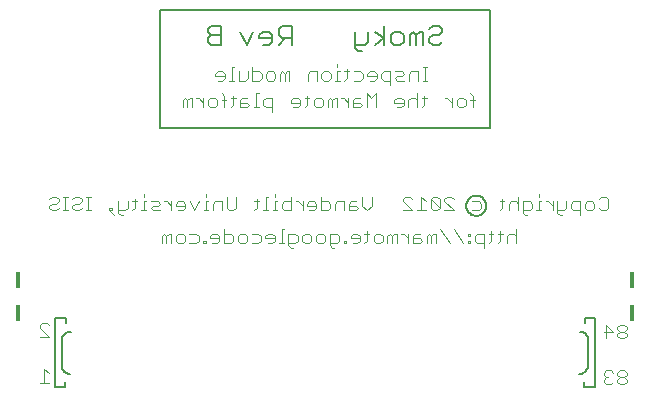
<source format=gbo>
G75*
G70*
%OFA0B0*%
%FSLAX24Y24*%
%IPPOS*%
%LPD*%
%AMOC8*
5,1,8,0,0,1.08239X$1,22.5*
%
%ADD10C,0.0080*%
%ADD11C,0.0060*%
%ADD12C,0.0040*%
%ADD13C,0.0050*%
%ADD14R,0.0160X0.0560*%
D10*
X008872Y001749D02*
X008872Y004048D01*
X009211Y004048D01*
X009211Y003883D01*
X009077Y003284D02*
X009077Y002497D01*
X009076Y002464D01*
X009079Y002432D01*
X009086Y002401D01*
X009097Y002370D01*
X009110Y002341D01*
X009127Y002313D01*
X009147Y002288D01*
X009169Y002265D01*
X009194Y002244D01*
X009222Y002227D01*
X009251Y002212D01*
X009281Y002201D01*
X009312Y002194D01*
X009344Y002190D01*
X009203Y001914D02*
X009203Y001749D01*
X008872Y001749D01*
X009077Y003292D02*
X009079Y003325D01*
X009085Y003358D01*
X009094Y003390D01*
X009106Y003421D01*
X009122Y003451D01*
X009140Y003479D01*
X009162Y003504D01*
X009185Y003528D01*
X009212Y003548D01*
X009240Y003566D01*
X009270Y003581D01*
X009301Y003593D01*
X009334Y003601D01*
X009367Y003606D01*
X009400Y003607D01*
X012345Y010379D02*
X012345Y014316D01*
X023368Y014316D01*
X023368Y010379D01*
X012345Y010379D01*
X026369Y003607D02*
X026401Y003603D01*
X026432Y003596D01*
X026462Y003585D01*
X026491Y003570D01*
X026519Y003553D01*
X026544Y003532D01*
X026566Y003509D01*
X026586Y003484D01*
X026603Y003456D01*
X026616Y003427D01*
X026627Y003396D01*
X026634Y003365D01*
X026637Y003333D01*
X026636Y003300D01*
X026636Y002513D01*
X026636Y002505D02*
X026634Y002472D01*
X026628Y002439D01*
X026619Y002407D01*
X026607Y002376D01*
X026591Y002346D01*
X026573Y002318D01*
X026551Y002293D01*
X026528Y002269D01*
X026501Y002249D01*
X026473Y002231D01*
X026443Y002216D01*
X026412Y002204D01*
X026379Y002196D01*
X026346Y002191D01*
X026313Y002190D01*
X026502Y001914D02*
X026502Y001749D01*
X026857Y001749D01*
X026857Y004048D01*
X026510Y004048D01*
X026510Y003883D01*
D11*
X019079Y012951D02*
X018972Y012951D01*
X018866Y013058D01*
X018866Y013592D01*
X019293Y013592D02*
X019293Y013271D01*
X019186Y013165D01*
X018866Y013165D01*
X019510Y013165D02*
X019830Y013378D01*
X019510Y013592D01*
X019830Y013805D02*
X019830Y013165D01*
X020047Y013271D02*
X020047Y013485D01*
X020154Y013592D01*
X020368Y013592D01*
X020474Y013485D01*
X020474Y013271D01*
X020368Y013165D01*
X020154Y013165D01*
X020047Y013271D01*
X020692Y013165D02*
X020692Y013485D01*
X020799Y013592D01*
X020905Y013485D01*
X020905Y013165D01*
X021119Y013165D02*
X021119Y013592D01*
X021012Y013592D01*
X020905Y013485D01*
X021337Y013378D02*
X021337Y013271D01*
X021443Y013165D01*
X021657Y013165D01*
X021764Y013271D01*
X021657Y013485D02*
X021443Y013485D01*
X021337Y013378D01*
X021657Y013485D02*
X021764Y013592D01*
X021764Y013698D01*
X021657Y013805D01*
X021443Y013805D01*
X021337Y013698D01*
X016744Y013805D02*
X016744Y013165D01*
X016744Y013378D02*
X016424Y013378D01*
X016317Y013485D01*
X016317Y013698D01*
X016424Y013805D01*
X016744Y013805D01*
X016099Y013485D02*
X015993Y013592D01*
X015779Y013592D01*
X015672Y013485D01*
X015672Y013378D01*
X016099Y013378D01*
X016099Y013271D02*
X016099Y013485D01*
X016099Y013271D02*
X015993Y013165D01*
X015779Y013165D01*
X016317Y013165D02*
X016530Y013378D01*
X015455Y013592D02*
X015241Y013165D01*
X015028Y013592D01*
X014382Y013485D02*
X014061Y013485D01*
X013955Y013378D01*
X013955Y013271D01*
X014061Y013165D01*
X014382Y013165D01*
X014382Y013805D01*
X014061Y013805D01*
X013955Y013698D01*
X013955Y013592D01*
X014061Y013485D01*
D12*
X014743Y012434D02*
X014743Y011974D01*
X014667Y011974D02*
X014820Y011974D01*
X014974Y011974D02*
X014974Y012280D01*
X014820Y012434D02*
X014743Y012434D01*
X014513Y012204D02*
X014437Y012280D01*
X014283Y012280D01*
X014206Y012204D01*
X014206Y012127D01*
X014513Y012127D01*
X014513Y012050D02*
X014513Y012204D01*
X014513Y012050D02*
X014437Y011974D01*
X014283Y011974D01*
X014416Y011548D02*
X014492Y011471D01*
X014492Y011088D01*
X014723Y011088D02*
X014799Y011164D01*
X014799Y011471D01*
X014723Y011395D02*
X014876Y011395D01*
X015030Y011318D02*
X015030Y011088D01*
X015260Y011088D01*
X015336Y011164D01*
X015260Y011241D01*
X015030Y011241D01*
X015030Y011318D02*
X015106Y011395D01*
X015260Y011395D01*
X015567Y011548D02*
X015567Y011088D01*
X015643Y011088D02*
X015490Y011088D01*
X015797Y011164D02*
X015797Y011318D01*
X015874Y011395D01*
X016104Y011395D01*
X016104Y010934D01*
X016104Y011088D02*
X015874Y011088D01*
X015797Y011164D01*
X015643Y011548D02*
X015567Y011548D01*
X015664Y011974D02*
X015741Y012050D01*
X015741Y012204D01*
X015664Y012280D01*
X015434Y012280D01*
X015281Y012280D02*
X015281Y012050D01*
X015204Y011974D01*
X014974Y011974D01*
X015434Y011974D02*
X015434Y012434D01*
X015894Y012204D02*
X015971Y012280D01*
X016125Y012280D01*
X016201Y012204D01*
X016201Y012050D01*
X016125Y011974D01*
X015971Y011974D01*
X015894Y012050D01*
X015894Y012204D01*
X015664Y011974D02*
X015434Y011974D01*
X016355Y011974D02*
X016355Y012204D01*
X016432Y012280D01*
X016508Y012204D01*
X016508Y011974D01*
X016662Y011974D02*
X016662Y012280D01*
X016585Y012280D01*
X016508Y012204D01*
X017276Y012204D02*
X017276Y011974D01*
X017276Y012204D02*
X017352Y012280D01*
X017583Y012280D01*
X017583Y011974D01*
X017736Y012050D02*
X017736Y012204D01*
X017813Y012280D01*
X017966Y012280D01*
X018043Y012204D01*
X018043Y012050D01*
X017966Y011974D01*
X017813Y011974D01*
X017736Y012050D01*
X018196Y011974D02*
X018350Y011974D01*
X018273Y011974D02*
X018273Y012280D01*
X018350Y012280D01*
X018503Y012280D02*
X018657Y012280D01*
X018580Y012357D02*
X018580Y012050D01*
X018503Y011974D01*
X018810Y011974D02*
X019040Y011974D01*
X019117Y012050D01*
X019117Y012204D01*
X019040Y012280D01*
X018810Y012280D01*
X019271Y012204D02*
X019271Y012127D01*
X019578Y012127D01*
X019578Y012050D02*
X019578Y012204D01*
X019501Y012280D01*
X019347Y012280D01*
X019271Y012204D01*
X019347Y011974D02*
X019501Y011974D01*
X019578Y012050D01*
X019731Y012050D02*
X019731Y012204D01*
X019808Y012280D01*
X020038Y012280D01*
X020038Y011820D01*
X020038Y011974D02*
X019808Y011974D01*
X019731Y012050D01*
X020191Y012050D02*
X020268Y012127D01*
X020422Y012127D01*
X020498Y012204D01*
X020422Y012280D01*
X020191Y012280D01*
X020191Y012050D02*
X020268Y011974D01*
X020498Y011974D01*
X020652Y011974D02*
X020652Y012204D01*
X020729Y012280D01*
X020959Y012280D01*
X020959Y011974D01*
X021112Y011974D02*
X021266Y011974D01*
X021189Y011974D02*
X021189Y012434D01*
X021266Y012434D02*
X021112Y012434D01*
X020938Y011548D02*
X020938Y011088D01*
X021091Y011088D02*
X021168Y011164D01*
X021168Y011471D01*
X021245Y011395D02*
X021091Y011395D01*
X020938Y011318D02*
X020861Y011395D01*
X020708Y011395D01*
X020631Y011318D01*
X020631Y011088D01*
X020478Y011164D02*
X020478Y011318D01*
X020401Y011395D01*
X020247Y011395D01*
X020171Y011318D01*
X020171Y011241D01*
X020478Y011241D01*
X020478Y011164D02*
X020401Y011088D01*
X020247Y011088D01*
X019557Y011088D02*
X019557Y011548D01*
X019403Y011395D01*
X019250Y011548D01*
X019250Y011088D01*
X019096Y011164D02*
X019020Y011241D01*
X018789Y011241D01*
X018789Y011318D02*
X018789Y011088D01*
X019020Y011088D01*
X019096Y011164D01*
X018866Y011395D02*
X018789Y011318D01*
X018866Y011395D02*
X019020Y011395D01*
X018636Y011395D02*
X018636Y011088D01*
X018636Y011241D02*
X018482Y011395D01*
X018406Y011395D01*
X018252Y011395D02*
X018176Y011395D01*
X018099Y011318D01*
X018022Y011395D01*
X017945Y011318D01*
X017945Y011088D01*
X018099Y011088D02*
X018099Y011318D01*
X018252Y011395D02*
X018252Y011088D01*
X017792Y011164D02*
X017715Y011088D01*
X017562Y011088D01*
X017485Y011164D01*
X017485Y011318D01*
X017562Y011395D01*
X017715Y011395D01*
X017792Y011318D01*
X017792Y011164D01*
X017255Y011164D02*
X017178Y011088D01*
X017255Y011164D02*
X017255Y011471D01*
X017332Y011395D02*
X017178Y011395D01*
X017025Y011318D02*
X016948Y011395D01*
X016794Y011395D01*
X016718Y011318D01*
X016718Y011241D01*
X017025Y011241D01*
X017025Y011164D02*
X017025Y011318D01*
X017025Y011164D02*
X016948Y011088D01*
X016794Y011088D01*
X018273Y012434D02*
X018273Y012511D01*
X021859Y011395D02*
X021935Y011395D01*
X022089Y011241D01*
X022089Y011088D02*
X022089Y011395D01*
X022242Y011318D02*
X022319Y011395D01*
X022473Y011395D01*
X022549Y011318D01*
X022549Y011164D01*
X022473Y011088D01*
X022319Y011088D01*
X022242Y011164D01*
X022242Y011318D01*
X022703Y011318D02*
X022856Y011318D01*
X022779Y011471D02*
X022779Y011088D01*
X022779Y011471D02*
X022703Y011548D01*
X022068Y008103D02*
X022144Y008026D01*
X022068Y008103D02*
X021914Y008103D01*
X021837Y008026D01*
X021837Y007950D01*
X022144Y007643D01*
X021837Y007643D01*
X021684Y007720D02*
X021684Y008026D01*
X021607Y008103D01*
X021454Y008103D01*
X021377Y008026D01*
X021684Y007720D01*
X021607Y007643D01*
X021454Y007643D01*
X021377Y007720D01*
X021377Y008026D01*
X021224Y007950D02*
X021070Y008103D01*
X021070Y007643D01*
X020917Y007643D02*
X021224Y007643D01*
X020763Y007643D02*
X020456Y007950D01*
X020456Y008026D01*
X020533Y008103D01*
X020686Y008103D01*
X020763Y008026D01*
X020763Y007643D02*
X020456Y007643D01*
X019411Y007796D02*
X019258Y007643D01*
X019104Y007796D01*
X019104Y008103D01*
X018874Y007950D02*
X018721Y007950D01*
X018644Y007873D01*
X018644Y007643D01*
X018874Y007643D01*
X018951Y007720D01*
X018874Y007796D01*
X018644Y007796D01*
X018491Y007643D02*
X018491Y007950D01*
X018260Y007950D01*
X018184Y007873D01*
X018184Y007643D01*
X018030Y007720D02*
X018030Y007873D01*
X017953Y007950D01*
X017723Y007950D01*
X017723Y008103D02*
X017723Y007643D01*
X017953Y007643D01*
X018030Y007720D01*
X017570Y007720D02*
X017570Y007873D01*
X017493Y007950D01*
X017340Y007950D01*
X017263Y007873D01*
X017263Y007796D01*
X017570Y007796D01*
X017570Y007720D02*
X017493Y007643D01*
X017340Y007643D01*
X017109Y007643D02*
X017109Y007950D01*
X016956Y007950D02*
X016879Y007950D01*
X016956Y007950D02*
X017109Y007796D01*
X016726Y007643D02*
X016496Y007643D01*
X016419Y007720D01*
X016419Y007873D01*
X016496Y007950D01*
X016726Y007950D01*
X016726Y008103D02*
X016726Y007643D01*
X016265Y007643D02*
X016112Y007643D01*
X016189Y007643D02*
X016189Y007950D01*
X016265Y007950D01*
X016189Y008103D02*
X016189Y008180D01*
X015958Y008103D02*
X015882Y008103D01*
X015882Y007643D01*
X015958Y007643D02*
X015805Y007643D01*
X015575Y007720D02*
X015575Y008026D01*
X015651Y007950D02*
X015498Y007950D01*
X015575Y007720D02*
X015498Y007643D01*
X014884Y007720D02*
X014884Y008103D01*
X014577Y008103D02*
X014577Y007720D01*
X014654Y007643D01*
X014807Y007643D01*
X014884Y007720D01*
X014424Y007643D02*
X014424Y007950D01*
X014194Y007950D01*
X014117Y007873D01*
X014117Y007643D01*
X013963Y007643D02*
X013810Y007643D01*
X013887Y007643D02*
X013887Y007950D01*
X013963Y007950D01*
X013887Y008103D02*
X013887Y008180D01*
X013656Y007950D02*
X013503Y007643D01*
X013350Y007950D01*
X013196Y007873D02*
X013196Y007720D01*
X013119Y007643D01*
X012966Y007643D01*
X012889Y007796D02*
X013196Y007796D01*
X013196Y007873D02*
X013119Y007950D01*
X012966Y007950D01*
X012889Y007873D01*
X012889Y007796D01*
X012736Y007796D02*
X012582Y007950D01*
X012505Y007950D01*
X012352Y007873D02*
X012275Y007796D01*
X012122Y007796D01*
X012045Y007720D01*
X012122Y007643D01*
X012352Y007643D01*
X012352Y007873D02*
X012275Y007950D01*
X012045Y007950D01*
X011892Y007950D02*
X011815Y007950D01*
X011815Y007643D01*
X011892Y007643D02*
X011738Y007643D01*
X011508Y007720D02*
X011431Y007643D01*
X011508Y007720D02*
X011508Y008026D01*
X011585Y007950D02*
X011431Y007950D01*
X011278Y007950D02*
X011278Y007720D01*
X011201Y007643D01*
X010971Y007643D01*
X010971Y007566D02*
X011048Y007489D01*
X011124Y007489D01*
X010971Y007566D02*
X010971Y007950D01*
X010741Y007720D02*
X010664Y007720D01*
X010664Y007643D01*
X010741Y007643D01*
X010741Y007720D01*
X010664Y007643D02*
X010817Y007489D01*
X010050Y007643D02*
X009897Y007643D01*
X009973Y007643D02*
X009973Y008103D01*
X009897Y008103D02*
X010050Y008103D01*
X009743Y008026D02*
X009743Y007950D01*
X009666Y007873D01*
X009513Y007873D01*
X009436Y007796D01*
X009436Y007720D01*
X009513Y007643D01*
X009666Y007643D01*
X009743Y007720D01*
X009743Y008026D02*
X009666Y008103D01*
X009513Y008103D01*
X009436Y008026D01*
X009283Y008103D02*
X009129Y008103D01*
X009206Y008103D02*
X009206Y007643D01*
X009283Y007643D02*
X009129Y007643D01*
X008976Y007720D02*
X008899Y007643D01*
X008746Y007643D01*
X008669Y007720D01*
X008669Y007796D01*
X008746Y007873D01*
X008899Y007873D01*
X008976Y007950D01*
X008976Y008026D01*
X008899Y008103D01*
X008746Y008103D01*
X008669Y008026D01*
X011815Y008103D02*
X011815Y008180D01*
X012736Y007950D02*
X012736Y007643D01*
X012724Y006867D02*
X012648Y006867D01*
X012571Y006790D01*
X012494Y006867D01*
X012417Y006790D01*
X012417Y006560D01*
X012571Y006560D02*
X012571Y006790D01*
X012724Y006867D02*
X012724Y006560D01*
X012878Y006637D02*
X012878Y006790D01*
X012955Y006867D01*
X013108Y006867D01*
X013185Y006790D01*
X013185Y006637D01*
X013108Y006560D01*
X012955Y006560D01*
X012878Y006637D01*
X013338Y006560D02*
X013568Y006560D01*
X013645Y006637D01*
X013645Y006790D01*
X013568Y006867D01*
X013338Y006867D01*
X013799Y006637D02*
X013799Y006560D01*
X013875Y006560D01*
X013875Y006637D01*
X013799Y006637D01*
X014029Y006714D02*
X014336Y006714D01*
X014336Y006790D02*
X014259Y006867D01*
X014106Y006867D01*
X014029Y006790D01*
X014029Y006714D01*
X014106Y006560D02*
X014259Y006560D01*
X014336Y006637D01*
X014336Y006790D01*
X014489Y006867D02*
X014719Y006867D01*
X014796Y006790D01*
X014796Y006637D01*
X014719Y006560D01*
X014489Y006560D01*
X014489Y007021D01*
X014950Y006790D02*
X015026Y006867D01*
X015180Y006867D01*
X015257Y006790D01*
X015257Y006637D01*
X015180Y006560D01*
X015026Y006560D01*
X014950Y006637D01*
X014950Y006790D01*
X015410Y006867D02*
X015640Y006867D01*
X015717Y006790D01*
X015717Y006637D01*
X015640Y006560D01*
X015410Y006560D01*
X015870Y006714D02*
X016177Y006714D01*
X016177Y006790D02*
X016101Y006867D01*
X015947Y006867D01*
X015870Y006790D01*
X015870Y006714D01*
X015947Y006560D02*
X016101Y006560D01*
X016177Y006637D01*
X016177Y006790D01*
X016331Y006560D02*
X016484Y006560D01*
X016408Y006560D02*
X016408Y007021D01*
X016484Y007021D01*
X016638Y006867D02*
X016868Y006867D01*
X016945Y006790D01*
X016945Y006637D01*
X016868Y006560D01*
X016638Y006560D01*
X016638Y006483D02*
X016638Y006867D01*
X016638Y006483D02*
X016714Y006407D01*
X016791Y006407D01*
X017098Y006637D02*
X017098Y006790D01*
X017175Y006867D01*
X017328Y006867D01*
X017405Y006790D01*
X017405Y006637D01*
X017328Y006560D01*
X017175Y006560D01*
X017098Y006637D01*
X017558Y006637D02*
X017558Y006790D01*
X017635Y006867D01*
X017789Y006867D01*
X017865Y006790D01*
X017865Y006637D01*
X017789Y006560D01*
X017635Y006560D01*
X017558Y006637D01*
X018019Y006560D02*
X018249Y006560D01*
X018326Y006637D01*
X018326Y006790D01*
X018249Y006867D01*
X018019Y006867D01*
X018019Y006483D01*
X018096Y006407D01*
X018172Y006407D01*
X018479Y006560D02*
X018556Y006560D01*
X018556Y006637D01*
X018479Y006637D01*
X018479Y006560D01*
X018709Y006714D02*
X019016Y006714D01*
X019016Y006790D02*
X018940Y006867D01*
X018786Y006867D01*
X018709Y006790D01*
X018709Y006714D01*
X018786Y006560D02*
X018940Y006560D01*
X019016Y006637D01*
X019016Y006790D01*
X019170Y006867D02*
X019323Y006867D01*
X019247Y006944D02*
X019247Y006637D01*
X019170Y006560D01*
X019477Y006637D02*
X019477Y006790D01*
X019554Y006867D01*
X019707Y006867D01*
X019784Y006790D01*
X019784Y006637D01*
X019707Y006560D01*
X019554Y006560D01*
X019477Y006637D01*
X019937Y006560D02*
X019937Y006790D01*
X020014Y006867D01*
X020091Y006790D01*
X020091Y006560D01*
X020244Y006560D02*
X020244Y006867D01*
X020167Y006867D01*
X020091Y006790D01*
X020398Y006867D02*
X020474Y006867D01*
X020628Y006714D01*
X020628Y006867D02*
X020628Y006560D01*
X020781Y006560D02*
X020781Y006790D01*
X020858Y006867D01*
X021011Y006867D01*
X021011Y006714D02*
X020781Y006714D01*
X020781Y006560D02*
X021011Y006560D01*
X021088Y006637D01*
X021011Y006714D01*
X021242Y006790D02*
X021242Y006560D01*
X021395Y006560D02*
X021395Y006790D01*
X021318Y006867D01*
X021242Y006790D01*
X021395Y006790D02*
X021472Y006867D01*
X021549Y006867D01*
X021549Y006560D01*
X022009Y006560D02*
X021702Y007021D01*
X022162Y007021D02*
X022469Y006560D01*
X022623Y006560D02*
X022700Y006560D01*
X022700Y006637D01*
X022623Y006637D01*
X022623Y006560D01*
X022623Y006790D02*
X022700Y006790D01*
X022700Y006867D01*
X022623Y006867D01*
X022623Y006790D01*
X022853Y006790D02*
X022853Y006637D01*
X022930Y006560D01*
X023160Y006560D01*
X023160Y006407D02*
X023160Y006867D01*
X022930Y006867D01*
X022853Y006790D01*
X023313Y006867D02*
X023467Y006867D01*
X023390Y006944D02*
X023390Y006637D01*
X023313Y006560D01*
X023620Y006560D02*
X023697Y006637D01*
X023697Y006944D01*
X023774Y006867D02*
X023620Y006867D01*
X023927Y006790D02*
X023927Y006560D01*
X023927Y006790D02*
X024004Y006867D01*
X024157Y006867D01*
X024234Y006790D01*
X024234Y006560D02*
X024234Y007021D01*
X024523Y007489D02*
X024446Y007566D01*
X024446Y007950D01*
X024676Y007950D01*
X024753Y007873D01*
X024753Y007720D01*
X024676Y007643D01*
X024446Y007643D01*
X024293Y007643D02*
X024293Y008103D01*
X024216Y007950D02*
X024063Y007950D01*
X023986Y007873D01*
X023986Y007643D01*
X023756Y007720D02*
X023756Y008026D01*
X023832Y007950D02*
X023679Y007950D01*
X023756Y007720D02*
X023679Y007643D01*
X024216Y007950D02*
X024293Y007873D01*
X024907Y007643D02*
X025060Y007643D01*
X024983Y007643D02*
X024983Y007950D01*
X025060Y007950D01*
X025214Y007950D02*
X025290Y007950D01*
X025444Y007796D01*
X025444Y007643D02*
X025444Y007950D01*
X025597Y007950D02*
X025597Y007566D01*
X025674Y007489D01*
X025751Y007489D01*
X025827Y007643D02*
X025597Y007643D01*
X025827Y007643D02*
X025904Y007720D01*
X025904Y007950D01*
X026058Y007873D02*
X026058Y007720D01*
X026134Y007643D01*
X026365Y007643D01*
X026365Y007489D02*
X026365Y007950D01*
X026134Y007950D01*
X026058Y007873D01*
X026518Y007873D02*
X026518Y007720D01*
X026595Y007643D01*
X026748Y007643D01*
X026825Y007720D01*
X026825Y007873D01*
X026748Y007950D01*
X026595Y007950D01*
X026518Y007873D01*
X026978Y007720D02*
X027055Y007643D01*
X027209Y007643D01*
X027285Y007720D01*
X027285Y008026D01*
X027209Y008103D01*
X027055Y008103D01*
X026978Y008026D01*
X024983Y008103D02*
X024983Y008180D01*
X024600Y007489D02*
X024523Y007489D01*
X023065Y007720D02*
X022988Y007643D01*
X022758Y007643D01*
X022758Y007950D02*
X022988Y007950D01*
X023065Y007873D01*
X023065Y007720D01*
X019411Y007796D02*
X019411Y008103D01*
X014569Y011318D02*
X014416Y011318D01*
X014262Y011318D02*
X014262Y011164D01*
X014185Y011088D01*
X014032Y011088D01*
X013955Y011164D01*
X013955Y011318D01*
X014032Y011395D01*
X014185Y011395D01*
X014262Y011318D01*
X013802Y011395D02*
X013802Y011088D01*
X013802Y011241D02*
X013648Y011395D01*
X013572Y011395D01*
X013418Y011395D02*
X013341Y011395D01*
X013265Y011318D01*
X013188Y011395D01*
X013111Y011318D01*
X013111Y011088D01*
X013265Y011088D02*
X013265Y011318D01*
X013418Y011395D02*
X013418Y011088D01*
X008575Y003887D02*
X008421Y003887D01*
X008344Y003810D01*
X008344Y003733D01*
X008651Y003426D01*
X008344Y003426D01*
X008651Y003810D02*
X008575Y003887D01*
X008498Y002363D02*
X008498Y001903D01*
X008651Y001903D02*
X008344Y001903D01*
X008651Y002210D02*
X008498Y002363D01*
X027144Y002235D02*
X027144Y002158D01*
X027220Y002082D01*
X027144Y002005D01*
X027144Y001928D01*
X027220Y001851D01*
X027374Y001851D01*
X027450Y001928D01*
X027604Y001928D02*
X027681Y001851D01*
X027834Y001851D01*
X027911Y001928D01*
X027911Y002005D01*
X027834Y002082D01*
X027681Y002082D01*
X027604Y002005D01*
X027604Y001928D01*
X027681Y002082D02*
X027604Y002158D01*
X027604Y002235D01*
X027681Y002312D01*
X027834Y002312D01*
X027911Y002235D01*
X027911Y002158D01*
X027834Y002082D01*
X027450Y002235D02*
X027374Y002312D01*
X027220Y002312D01*
X027144Y002235D01*
X027220Y002082D02*
X027297Y002082D01*
X027220Y003379D02*
X027220Y003839D01*
X027450Y003609D01*
X027144Y003609D01*
X027604Y003533D02*
X027604Y003456D01*
X027681Y003379D01*
X027834Y003379D01*
X027911Y003456D01*
X027911Y003533D01*
X027834Y003609D01*
X027681Y003609D01*
X027604Y003533D01*
X027681Y003609D02*
X027604Y003686D01*
X027604Y003763D01*
X027681Y003839D01*
X027834Y003839D01*
X027911Y003763D01*
X027911Y003686D01*
X027834Y003609D01*
D13*
X022561Y007800D02*
X022563Y007836D01*
X022569Y007872D01*
X022579Y007907D01*
X022592Y007941D01*
X022609Y007973D01*
X022629Y008003D01*
X022653Y008030D01*
X022679Y008055D01*
X022708Y008077D01*
X022739Y008096D01*
X022772Y008111D01*
X022806Y008123D01*
X022842Y008131D01*
X022878Y008135D01*
X022914Y008135D01*
X022950Y008131D01*
X022986Y008123D01*
X023020Y008111D01*
X023053Y008096D01*
X023084Y008077D01*
X023113Y008055D01*
X023139Y008030D01*
X023163Y008003D01*
X023183Y007973D01*
X023200Y007941D01*
X023213Y007907D01*
X023223Y007872D01*
X023229Y007836D01*
X023231Y007800D01*
X023229Y007764D01*
X023223Y007728D01*
X023213Y007693D01*
X023200Y007659D01*
X023183Y007627D01*
X023163Y007597D01*
X023139Y007570D01*
X023113Y007545D01*
X023084Y007523D01*
X023053Y007504D01*
X023020Y007489D01*
X022986Y007477D01*
X022950Y007469D01*
X022914Y007465D01*
X022878Y007465D01*
X022842Y007469D01*
X022806Y007477D01*
X022772Y007489D01*
X022739Y007504D01*
X022708Y007523D01*
X022679Y007545D01*
X022653Y007570D01*
X022629Y007597D01*
X022609Y007627D01*
X022592Y007659D01*
X022579Y007693D01*
X022569Y007728D01*
X022563Y007764D01*
X022561Y007800D01*
D14*
X007620Y004237D03*
X007620Y005339D03*
X028093Y005339D03*
X028093Y004237D03*
M02*

</source>
